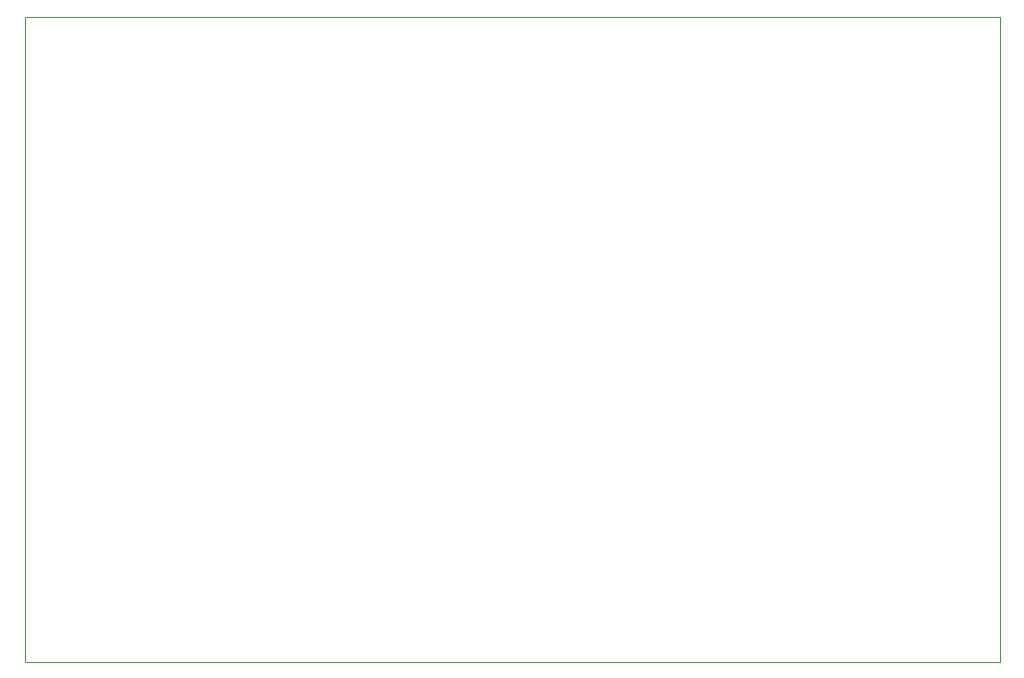
<source format=gm1>
G04 #@! TF.GenerationSoftware,KiCad,Pcbnew,(5.1.12)-1*
G04 #@! TF.CreationDate,2022-10-05T17:55:37-05:00*
G04 #@! TF.ProjectId,address_logic,61646472-6573-4735-9f6c-6f6769632e6b,rev?*
G04 #@! TF.SameCoordinates,Original*
G04 #@! TF.FileFunction,Profile,NP*
%FSLAX46Y46*%
G04 Gerber Fmt 4.6, Leading zero omitted, Abs format (unit mm)*
G04 Created by KiCad (PCBNEW (5.1.12)-1) date 2022-10-05 17:55:37*
%MOMM*%
%LPD*%
G01*
G04 APERTURE LIST*
G04 #@! TA.AperFunction,Profile*
%ADD10C,0.050000*%
G04 #@! TD*
G04 APERTURE END LIST*
D10*
X127000000Y-105410000D02*
X127000000Y-50800000D01*
X209550000Y-105410000D02*
X127000000Y-105410000D01*
X209550000Y-50800000D02*
X209550000Y-105410000D01*
X127000000Y-50800000D02*
X209550000Y-50800000D01*
M02*

</source>
